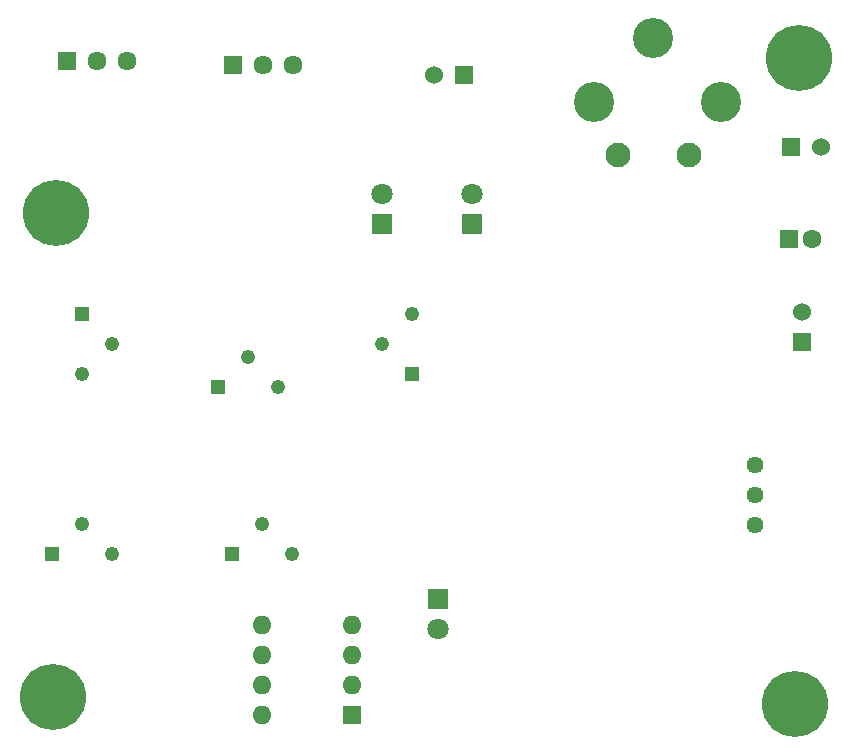
<source format=gbr>
%TF.GenerationSoftware,KiCad,Pcbnew,8.0.2*%
%TF.CreationDate,2024-06-16T16:38:09+02:00*%
%TF.ProjectId,BSPD,42535044-2e6b-4696-9361-645f70636258,rev?*%
%TF.SameCoordinates,Original*%
%TF.FileFunction,Soldermask,Bot*%
%TF.FilePolarity,Negative*%
%FSLAX46Y46*%
G04 Gerber Fmt 4.6, Leading zero omitted, Abs format (unit mm)*
G04 Created by KiCad (PCBNEW 8.0.2) date 2024-06-16 16:38:09*
%MOMM*%
%LPD*%
G01*
G04 APERTURE LIST*
%ADD10R,1.530000X1.530000*%
%ADD11C,1.530000*%
%ADD12C,5.600000*%
%ADD13C,1.440000*%
%ADD14R,1.217000X1.217000*%
%ADD15C,1.217000*%
%ADD16R,1.600000X1.600000*%
%ADD17O,1.600000X1.600000*%
%ADD18R,1.800000X1.800000*%
%ADD19C,1.800000*%
%ADD20C,2.100000*%
%ADD21C,3.400000*%
%ADD22C,1.600000*%
%ADD23R,1.610000X1.610000*%
%ADD24C,1.610000*%
G04 APERTURE END LIST*
D10*
%TO.C,J4*%
X136525000Y-58547000D03*
D11*
X133985000Y-58547000D03*
%TD*%
D12*
%TO.C,*%
X164541200Y-111760000D03*
%TD*%
D13*
%TO.C,U1*%
X161136000Y-91501500D03*
X161136000Y-94041500D03*
X161136000Y-96581500D03*
%TD*%
D14*
%TO.C,RV5*%
X116840000Y-99060000D03*
D15*
X119380000Y-96520000D03*
X121920000Y-99060000D03*
%TD*%
D12*
%TO.C,*%
X101981000Y-70180200D03*
%TD*%
D16*
%TO.C,TI1*%
X127008945Y-112718181D03*
D17*
X127008945Y-110178181D03*
X127008945Y-107638181D03*
X127008945Y-105098181D03*
X119388945Y-105098181D03*
X119388945Y-107638181D03*
X119388945Y-110178181D03*
X119388945Y-112718181D03*
%TD*%
D18*
%TO.C,D1*%
X134330177Y-102896180D03*
D19*
X134330177Y-105436180D03*
%TD*%
D20*
%TO.C,K1*%
X155558500Y-65260500D03*
D21*
X158258500Y-60760500D03*
X152558500Y-55360500D03*
X147558500Y-60760500D03*
D20*
X149558500Y-65260500D03*
%TD*%
D14*
%TO.C,RV1*%
X104140000Y-78740000D03*
D15*
X106680000Y-81280000D03*
X104140000Y-83820000D03*
%TD*%
D14*
%TO.C,RV4*%
X101600000Y-99060000D03*
D15*
X104140000Y-96520000D03*
X106680000Y-99060000D03*
%TD*%
D14*
%TO.C,RV2*%
X115697000Y-84963000D03*
D15*
X118237000Y-82423000D03*
X120777000Y-84963000D03*
%TD*%
D18*
%TO.C,D2*%
X137160000Y-71120000D03*
D19*
X137160000Y-68580000D03*
%TD*%
D10*
%TO.C,J3*%
X165100000Y-81153000D03*
D11*
X165100000Y-78613000D03*
%TD*%
D18*
%TO.C,D3*%
X129579341Y-71120000D03*
D19*
X129579341Y-68580000D03*
%TD*%
D16*
%TO.C,C5*%
X164017888Y-72390000D03*
D22*
X166017888Y-72390000D03*
%TD*%
D23*
%TO.C,J2*%
X116967000Y-57658000D03*
D24*
X119507000Y-57658000D03*
X122047000Y-57658000D03*
%TD*%
D14*
%TO.C,RV3*%
X132080000Y-83820000D03*
D15*
X129540000Y-81280000D03*
X132080000Y-78740000D03*
%TD*%
D10*
%TO.C,J5*%
X164195000Y-64568000D03*
D11*
X166735000Y-64568000D03*
%TD*%
D12*
%TO.C,*%
X101752400Y-111201200D03*
%TD*%
%TO.C,*%
X164871400Y-57073800D03*
%TD*%
D23*
%TO.C,J1*%
X102892000Y-57312001D03*
D24*
X105432000Y-57312001D03*
X107972000Y-57312001D03*
%TD*%
M02*

</source>
